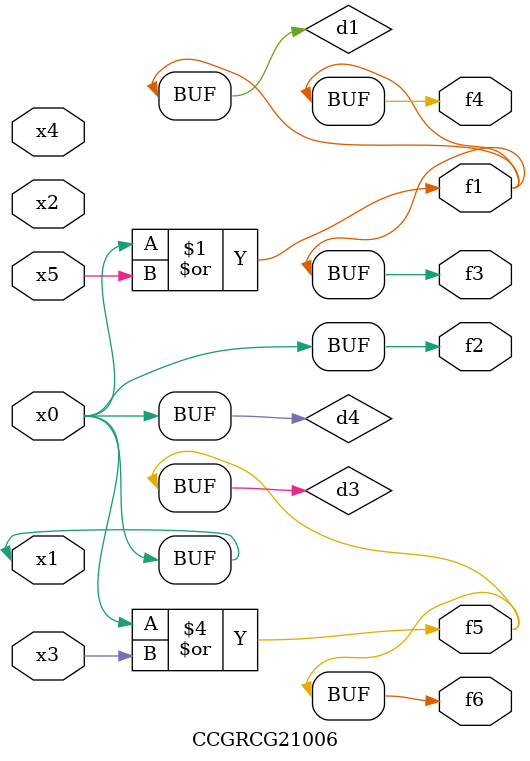
<source format=v>
module CCGRCG21006(
	input x0, x1, x2, x3, x4, x5,
	output f1, f2, f3, f4, f5, f6
);

	wire d1, d2, d3, d4;

	or (d1, x0, x5);
	xnor (d2, x1, x4);
	or (d3, x0, x3);
	buf (d4, x0, x1);
	assign f1 = d1;
	assign f2 = d4;
	assign f3 = d1;
	assign f4 = d1;
	assign f5 = d3;
	assign f6 = d3;
endmodule

</source>
